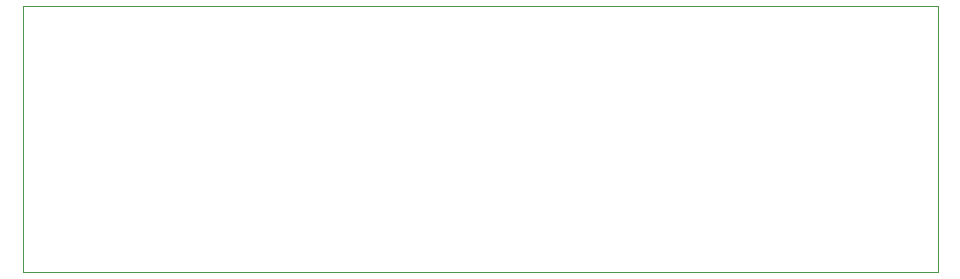
<source format=gbr>
G04 EAGLE Gerber X2 export*
G04 #@! %TF.Part,Single*
G04 #@! %TF.FileFunction,Profile,NP*
G04 #@! %TF.FilePolarity,Positive*
G04 #@! %TF.GenerationSoftware,Autodesk,EAGLE,9.0.0*
G04 #@! %TF.CreationDate,2019-08-08T19:01:50Z*
G75*
%MOMM*%
%FSLAX34Y34*%
%LPD*%
%AMOC8*
5,1,8,0,0,1.08239X$1,22.5*%
G01*
%ADD10C,0.000000*%


D10*
X0Y0D02*
X774500Y0D01*
X774500Y225300D01*
X0Y225300D01*
X0Y0D01*
M02*

</source>
